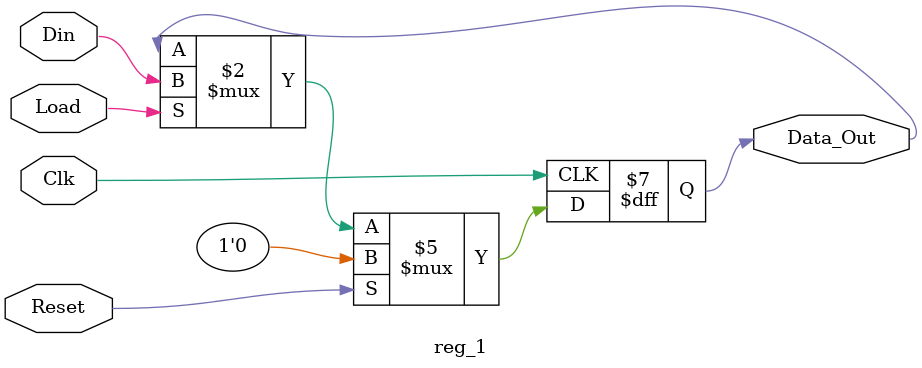
<source format=sv>
module reg_1(input  logic Clk, Reset, Load,
				  input  logic Din,
				  output logic Data_Out	);
				  
    always_ff @ (posedge Clk)
    begin
	 
	 	 if (Reset) //notice, this is a sycnrhonous reset, which is recommended on the FPGA
			  Data_Out <= 1'b0;
			  
		 else if (Load)
			  Data_Out <= Din;
    end
	 
endmodule

</source>
